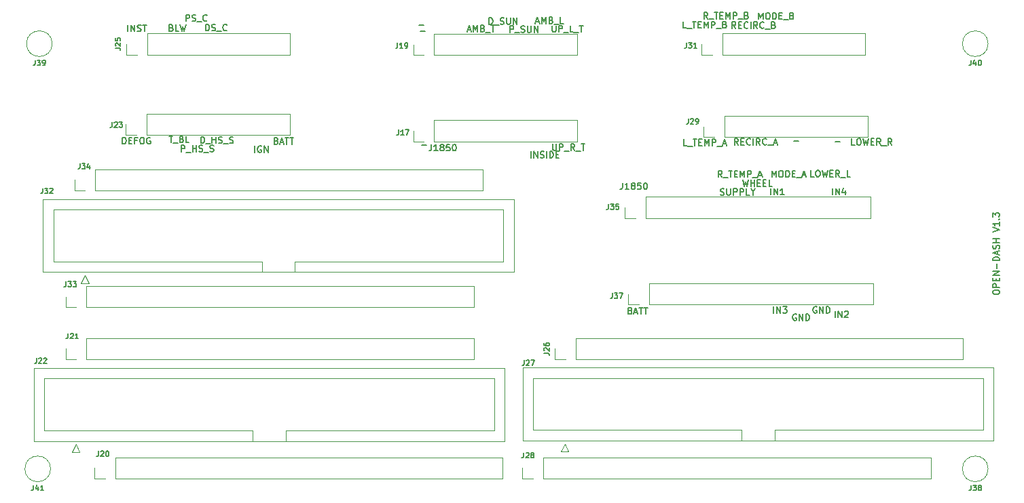
<source format=gbr>
G04 #@! TF.GenerationSoftware,KiCad,Pcbnew,5.1.7-a382d34a88~90~ubuntu20.04.1*
G04 #@! TF.CreationDate,2022-01-05T08:02:03-06:00*
G04 #@! TF.ProjectId,open-dash-daughterboard,6f70656e-2d64-4617-9368-2d6461756768,rev?*
G04 #@! TF.SameCoordinates,Original*
G04 #@! TF.FileFunction,Legend,Top*
G04 #@! TF.FilePolarity,Positive*
%FSLAX46Y46*%
G04 Gerber Fmt 4.6, Leading zero omitted, Abs format (unit mm)*
G04 Created by KiCad (PCBNEW 5.1.7-a382d34a88~90~ubuntu20.04.1) date 2022-01-05 08:02:03*
%MOMM*%
%LPD*%
G01*
G04 APERTURE LIST*
%ADD10C,0.150000*%
%ADD11C,0.120000*%
G04 APERTURE END LIST*
D10*
X211361904Y-180920238D02*
X211361904Y-180767857D01*
X211400000Y-180691666D01*
X211476190Y-180615476D01*
X211628571Y-180577380D01*
X211895238Y-180577380D01*
X212047619Y-180615476D01*
X212123809Y-180691666D01*
X212161904Y-180767857D01*
X212161904Y-180920238D01*
X212123809Y-180996428D01*
X212047619Y-181072619D01*
X211895238Y-181110714D01*
X211628571Y-181110714D01*
X211476190Y-181072619D01*
X211400000Y-180996428D01*
X211361904Y-180920238D01*
X212161904Y-180234523D02*
X211361904Y-180234523D01*
X211361904Y-179929761D01*
X211400000Y-179853571D01*
X211438095Y-179815476D01*
X211514285Y-179777380D01*
X211628571Y-179777380D01*
X211704761Y-179815476D01*
X211742857Y-179853571D01*
X211780952Y-179929761D01*
X211780952Y-180234523D01*
X211742857Y-179434523D02*
X211742857Y-179167857D01*
X212161904Y-179053571D02*
X212161904Y-179434523D01*
X211361904Y-179434523D01*
X211361904Y-179053571D01*
X212161904Y-178710714D02*
X211361904Y-178710714D01*
X212161904Y-178253571D01*
X211361904Y-178253571D01*
X211857142Y-177872619D02*
X211857142Y-177263095D01*
X212161904Y-176882142D02*
X211361904Y-176882142D01*
X211361904Y-176691666D01*
X211400000Y-176577380D01*
X211476190Y-176501190D01*
X211552380Y-176463095D01*
X211704761Y-176425000D01*
X211819047Y-176425000D01*
X211971428Y-176463095D01*
X212047619Y-176501190D01*
X212123809Y-176577380D01*
X212161904Y-176691666D01*
X212161904Y-176882142D01*
X211933333Y-176120238D02*
X211933333Y-175739285D01*
X212161904Y-176196428D02*
X211361904Y-175929761D01*
X212161904Y-175663095D01*
X212123809Y-175434523D02*
X212161904Y-175320238D01*
X212161904Y-175129761D01*
X212123809Y-175053571D01*
X212085714Y-175015476D01*
X212009523Y-174977380D01*
X211933333Y-174977380D01*
X211857142Y-175015476D01*
X211819047Y-175053571D01*
X211780952Y-175129761D01*
X211742857Y-175282142D01*
X211704761Y-175358333D01*
X211666666Y-175396428D01*
X211590476Y-175434523D01*
X211514285Y-175434523D01*
X211438095Y-175396428D01*
X211400000Y-175358333D01*
X211361904Y-175282142D01*
X211361904Y-175091666D01*
X211400000Y-174977380D01*
X212161904Y-174634523D02*
X211361904Y-174634523D01*
X211742857Y-174634523D02*
X211742857Y-174177380D01*
X212161904Y-174177380D02*
X211361904Y-174177380D01*
X211361904Y-173301190D02*
X212161904Y-173034523D01*
X211361904Y-172767857D01*
X212161904Y-172082142D02*
X212161904Y-172539285D01*
X212161904Y-172310714D02*
X211361904Y-172310714D01*
X211476190Y-172386904D01*
X211552380Y-172463095D01*
X211590476Y-172539285D01*
X212085714Y-171739285D02*
X212123809Y-171701190D01*
X212161904Y-171739285D01*
X212123809Y-171777380D01*
X212085714Y-171739285D01*
X212161904Y-171739285D01*
X211361904Y-171434523D02*
X211361904Y-170939285D01*
X211666666Y-171205952D01*
X211666666Y-171091666D01*
X211704761Y-171015476D01*
X211742857Y-170977380D01*
X211819047Y-170939285D01*
X212009523Y-170939285D01*
X212085714Y-170977380D01*
X212123809Y-171015476D01*
X212161904Y-171091666D01*
X212161904Y-171320238D01*
X212123809Y-171396428D01*
X212085714Y-171434523D01*
X182147619Y-146766904D02*
X182147619Y-145966904D01*
X182414285Y-146538333D01*
X182680952Y-145966904D01*
X182680952Y-146766904D01*
X183214285Y-145966904D02*
X183366666Y-145966904D01*
X183442857Y-146005000D01*
X183519047Y-146081190D01*
X183557142Y-146233571D01*
X183557142Y-146500238D01*
X183519047Y-146652619D01*
X183442857Y-146728809D01*
X183366666Y-146766904D01*
X183214285Y-146766904D01*
X183138095Y-146728809D01*
X183061904Y-146652619D01*
X183023809Y-146500238D01*
X183023809Y-146233571D01*
X183061904Y-146081190D01*
X183138095Y-146005000D01*
X183214285Y-145966904D01*
X183900000Y-146766904D02*
X183900000Y-145966904D01*
X184090476Y-145966904D01*
X184204761Y-146005000D01*
X184280952Y-146081190D01*
X184319047Y-146157380D01*
X184357142Y-146309761D01*
X184357142Y-146424047D01*
X184319047Y-146576428D01*
X184280952Y-146652619D01*
X184204761Y-146728809D01*
X184090476Y-146766904D01*
X183900000Y-146766904D01*
X184700000Y-146347857D02*
X184966666Y-146347857D01*
X185080952Y-146766904D02*
X184700000Y-146766904D01*
X184700000Y-145966904D01*
X185080952Y-145966904D01*
X185233333Y-146843095D02*
X185842857Y-146843095D01*
X186300000Y-146347857D02*
X186414285Y-146385952D01*
X186452380Y-146424047D01*
X186490476Y-146500238D01*
X186490476Y-146614523D01*
X186452380Y-146690714D01*
X186414285Y-146728809D01*
X186338095Y-146766904D01*
X186033333Y-146766904D01*
X186033333Y-145966904D01*
X186300000Y-145966904D01*
X186376190Y-146005000D01*
X186414285Y-146043095D01*
X186452380Y-146119285D01*
X186452380Y-146195476D01*
X186414285Y-146271666D01*
X186376190Y-146309761D01*
X186300000Y-146347857D01*
X186033333Y-146347857D01*
X179290476Y-147906904D02*
X179023809Y-147525952D01*
X178833333Y-147906904D02*
X178833333Y-147106904D01*
X179138095Y-147106904D01*
X179214285Y-147145000D01*
X179252380Y-147183095D01*
X179290476Y-147259285D01*
X179290476Y-147373571D01*
X179252380Y-147449761D01*
X179214285Y-147487857D01*
X179138095Y-147525952D01*
X178833333Y-147525952D01*
X179633333Y-147487857D02*
X179900000Y-147487857D01*
X180014285Y-147906904D02*
X179633333Y-147906904D01*
X179633333Y-147106904D01*
X180014285Y-147106904D01*
X180814285Y-147830714D02*
X180776190Y-147868809D01*
X180661904Y-147906904D01*
X180585714Y-147906904D01*
X180471428Y-147868809D01*
X180395238Y-147792619D01*
X180357142Y-147716428D01*
X180319047Y-147564047D01*
X180319047Y-147449761D01*
X180357142Y-147297380D01*
X180395238Y-147221190D01*
X180471428Y-147145000D01*
X180585714Y-147106904D01*
X180661904Y-147106904D01*
X180776190Y-147145000D01*
X180814285Y-147183095D01*
X181157142Y-147906904D02*
X181157142Y-147106904D01*
X181995238Y-147906904D02*
X181728571Y-147525952D01*
X181538095Y-147906904D02*
X181538095Y-147106904D01*
X181842857Y-147106904D01*
X181919047Y-147145000D01*
X181957142Y-147183095D01*
X181995238Y-147259285D01*
X181995238Y-147373571D01*
X181957142Y-147449761D01*
X181919047Y-147487857D01*
X181842857Y-147525952D01*
X181538095Y-147525952D01*
X182795238Y-147830714D02*
X182757142Y-147868809D01*
X182642857Y-147906904D01*
X182566666Y-147906904D01*
X182452380Y-147868809D01*
X182376190Y-147792619D01*
X182338095Y-147716428D01*
X182300000Y-147564047D01*
X182300000Y-147449761D01*
X182338095Y-147297380D01*
X182376190Y-147221190D01*
X182452380Y-147145000D01*
X182566666Y-147106904D01*
X182642857Y-147106904D01*
X182757142Y-147145000D01*
X182795238Y-147183095D01*
X182947619Y-147983095D02*
X183557142Y-147983095D01*
X184014285Y-147487857D02*
X184128571Y-147525952D01*
X184166666Y-147564047D01*
X184204761Y-147640238D01*
X184204761Y-147754523D01*
X184166666Y-147830714D01*
X184128571Y-147868809D01*
X184052380Y-147906904D01*
X183747619Y-147906904D01*
X183747619Y-147106904D01*
X184014285Y-147106904D01*
X184090476Y-147145000D01*
X184128571Y-147183095D01*
X184166666Y-147259285D01*
X184166666Y-147335476D01*
X184128571Y-147411666D01*
X184090476Y-147449761D01*
X184014285Y-147487857D01*
X183747619Y-147487857D01*
X175784285Y-146696904D02*
X175517619Y-146315952D01*
X175327142Y-146696904D02*
X175327142Y-145896904D01*
X175631904Y-145896904D01*
X175708095Y-145935000D01*
X175746190Y-145973095D01*
X175784285Y-146049285D01*
X175784285Y-146163571D01*
X175746190Y-146239761D01*
X175708095Y-146277857D01*
X175631904Y-146315952D01*
X175327142Y-146315952D01*
X175936666Y-146773095D02*
X176546190Y-146773095D01*
X176622380Y-145896904D02*
X177079523Y-145896904D01*
X176850952Y-146696904D02*
X176850952Y-145896904D01*
X177346190Y-146277857D02*
X177612857Y-146277857D01*
X177727142Y-146696904D02*
X177346190Y-146696904D01*
X177346190Y-145896904D01*
X177727142Y-145896904D01*
X178070000Y-146696904D02*
X178070000Y-145896904D01*
X178336666Y-146468333D01*
X178603333Y-145896904D01*
X178603333Y-146696904D01*
X178984285Y-146696904D02*
X178984285Y-145896904D01*
X179289047Y-145896904D01*
X179365238Y-145935000D01*
X179403333Y-145973095D01*
X179441428Y-146049285D01*
X179441428Y-146163571D01*
X179403333Y-146239761D01*
X179365238Y-146277857D01*
X179289047Y-146315952D01*
X178984285Y-146315952D01*
X179593809Y-146773095D02*
X180203333Y-146773095D01*
X180660476Y-146277857D02*
X180774761Y-146315952D01*
X180812857Y-146354047D01*
X180850952Y-146430238D01*
X180850952Y-146544523D01*
X180812857Y-146620714D01*
X180774761Y-146658809D01*
X180698571Y-146696904D01*
X180393809Y-146696904D01*
X180393809Y-145896904D01*
X180660476Y-145896904D01*
X180736666Y-145935000D01*
X180774761Y-145973095D01*
X180812857Y-146049285D01*
X180812857Y-146125476D01*
X180774761Y-146201666D01*
X180736666Y-146239761D01*
X180660476Y-146277857D01*
X180393809Y-146277857D01*
X173124285Y-147846904D02*
X172743333Y-147846904D01*
X172743333Y-147046904D01*
X173200476Y-147923095D02*
X173810000Y-147923095D01*
X173886190Y-147046904D02*
X174343333Y-147046904D01*
X174114761Y-147846904D02*
X174114761Y-147046904D01*
X174610000Y-147427857D02*
X174876666Y-147427857D01*
X174990952Y-147846904D02*
X174610000Y-147846904D01*
X174610000Y-147046904D01*
X174990952Y-147046904D01*
X175333809Y-147846904D02*
X175333809Y-147046904D01*
X175600476Y-147618333D01*
X175867142Y-147046904D01*
X175867142Y-147846904D01*
X176248095Y-147846904D02*
X176248095Y-147046904D01*
X176552857Y-147046904D01*
X176629047Y-147085000D01*
X176667142Y-147123095D01*
X176705238Y-147199285D01*
X176705238Y-147313571D01*
X176667142Y-147389761D01*
X176629047Y-147427857D01*
X176552857Y-147465952D01*
X176248095Y-147465952D01*
X176857619Y-147923095D02*
X177467142Y-147923095D01*
X177924285Y-147427857D02*
X178038571Y-147465952D01*
X178076666Y-147504047D01*
X178114761Y-147580238D01*
X178114761Y-147694523D01*
X178076666Y-147770714D01*
X178038571Y-147808809D01*
X177962380Y-147846904D01*
X177657619Y-147846904D01*
X177657619Y-147046904D01*
X177924285Y-147046904D01*
X178000476Y-147085000D01*
X178038571Y-147123095D01*
X178076666Y-147199285D01*
X178076666Y-147275476D01*
X178038571Y-147351666D01*
X178000476Y-147389761D01*
X177924285Y-147427857D01*
X177657619Y-147427857D01*
X141340476Y-162401904D02*
X141340476Y-162973333D01*
X141302380Y-163087619D01*
X141226190Y-163163809D01*
X141111904Y-163201904D01*
X141035714Y-163201904D01*
X142140476Y-163201904D02*
X141683333Y-163201904D01*
X141911904Y-163201904D02*
X141911904Y-162401904D01*
X141835714Y-162516190D01*
X141759523Y-162592380D01*
X141683333Y-162630476D01*
X142597619Y-162744761D02*
X142521428Y-162706666D01*
X142483333Y-162668571D01*
X142445238Y-162592380D01*
X142445238Y-162554285D01*
X142483333Y-162478095D01*
X142521428Y-162440000D01*
X142597619Y-162401904D01*
X142750000Y-162401904D01*
X142826190Y-162440000D01*
X142864285Y-162478095D01*
X142902380Y-162554285D01*
X142902380Y-162592380D01*
X142864285Y-162668571D01*
X142826190Y-162706666D01*
X142750000Y-162744761D01*
X142597619Y-162744761D01*
X142521428Y-162782857D01*
X142483333Y-162820952D01*
X142445238Y-162897142D01*
X142445238Y-163049523D01*
X142483333Y-163125714D01*
X142521428Y-163163809D01*
X142597619Y-163201904D01*
X142750000Y-163201904D01*
X142826190Y-163163809D01*
X142864285Y-163125714D01*
X142902380Y-163049523D01*
X142902380Y-162897142D01*
X142864285Y-162820952D01*
X142826190Y-162782857D01*
X142750000Y-162744761D01*
X143626190Y-162401904D02*
X143245238Y-162401904D01*
X143207142Y-162782857D01*
X143245238Y-162744761D01*
X143321428Y-162706666D01*
X143511904Y-162706666D01*
X143588095Y-162744761D01*
X143626190Y-162782857D01*
X143664285Y-162859047D01*
X143664285Y-163049523D01*
X143626190Y-163125714D01*
X143588095Y-163163809D01*
X143511904Y-163201904D01*
X143321428Y-163201904D01*
X143245238Y-163163809D01*
X143207142Y-163125714D01*
X144159523Y-162401904D02*
X144235714Y-162401904D01*
X144311904Y-162440000D01*
X144350000Y-162478095D01*
X144388095Y-162554285D01*
X144426190Y-162706666D01*
X144426190Y-162897142D01*
X144388095Y-163049523D01*
X144350000Y-163125714D01*
X144311904Y-163163809D01*
X144235714Y-163201904D01*
X144159523Y-163201904D01*
X144083333Y-163163809D01*
X144045238Y-163125714D01*
X144007142Y-163049523D01*
X143969047Y-162897142D01*
X143969047Y-162706666D01*
X144007142Y-162554285D01*
X144045238Y-162478095D01*
X144083333Y-162440000D01*
X144159523Y-162401904D01*
X153737619Y-164071904D02*
X153737619Y-163271904D01*
X154118571Y-164071904D02*
X154118571Y-163271904D01*
X154575714Y-164071904D01*
X154575714Y-163271904D01*
X154918571Y-164033809D02*
X155032857Y-164071904D01*
X155223333Y-164071904D01*
X155299523Y-164033809D01*
X155337619Y-163995714D01*
X155375714Y-163919523D01*
X155375714Y-163843333D01*
X155337619Y-163767142D01*
X155299523Y-163729047D01*
X155223333Y-163690952D01*
X155070952Y-163652857D01*
X154994761Y-163614761D01*
X154956666Y-163576666D01*
X154918571Y-163500476D01*
X154918571Y-163424285D01*
X154956666Y-163348095D01*
X154994761Y-163310000D01*
X155070952Y-163271904D01*
X155261428Y-163271904D01*
X155375714Y-163310000D01*
X155718571Y-164071904D02*
X155718571Y-163271904D01*
X156099523Y-164071904D02*
X156099523Y-163271904D01*
X156290000Y-163271904D01*
X156404285Y-163310000D01*
X156480476Y-163386190D01*
X156518571Y-163462380D01*
X156556666Y-163614761D01*
X156556666Y-163729047D01*
X156518571Y-163881428D01*
X156480476Y-163957619D01*
X156404285Y-164033809D01*
X156290000Y-164071904D01*
X156099523Y-164071904D01*
X156899523Y-163652857D02*
X157166190Y-163652857D01*
X157280476Y-164071904D02*
X156899523Y-164071904D01*
X156899523Y-163271904D01*
X157280476Y-163271904D01*
X156477142Y-162341904D02*
X156477142Y-162989523D01*
X156515238Y-163065714D01*
X156553333Y-163103809D01*
X156629523Y-163141904D01*
X156781904Y-163141904D01*
X156858095Y-163103809D01*
X156896190Y-163065714D01*
X156934285Y-162989523D01*
X156934285Y-162341904D01*
X157315238Y-163141904D02*
X157315238Y-162341904D01*
X157620000Y-162341904D01*
X157696190Y-162380000D01*
X157734285Y-162418095D01*
X157772380Y-162494285D01*
X157772380Y-162608571D01*
X157734285Y-162684761D01*
X157696190Y-162722857D01*
X157620000Y-162760952D01*
X157315238Y-162760952D01*
X157924761Y-163218095D02*
X158534285Y-163218095D01*
X159181904Y-163141904D02*
X158915238Y-162760952D01*
X158724761Y-163141904D02*
X158724761Y-162341904D01*
X159029523Y-162341904D01*
X159105714Y-162380000D01*
X159143809Y-162418095D01*
X159181904Y-162494285D01*
X159181904Y-162608571D01*
X159143809Y-162684761D01*
X159105714Y-162722857D01*
X159029523Y-162760952D01*
X158724761Y-162760952D01*
X159334285Y-163218095D02*
X159943809Y-163218095D01*
X160020000Y-162341904D02*
X160477142Y-162341904D01*
X160248571Y-163141904D02*
X160248571Y-162341904D01*
X156403333Y-147541904D02*
X156403333Y-148189523D01*
X156441428Y-148265714D01*
X156479523Y-148303809D01*
X156555714Y-148341904D01*
X156708095Y-148341904D01*
X156784285Y-148303809D01*
X156822380Y-148265714D01*
X156860476Y-148189523D01*
X156860476Y-147541904D01*
X157241428Y-148341904D02*
X157241428Y-147541904D01*
X157546190Y-147541904D01*
X157622380Y-147580000D01*
X157660476Y-147618095D01*
X157698571Y-147694285D01*
X157698571Y-147808571D01*
X157660476Y-147884761D01*
X157622380Y-147922857D01*
X157546190Y-147960952D01*
X157241428Y-147960952D01*
X157850952Y-148418095D02*
X158460476Y-148418095D01*
X159031904Y-148341904D02*
X158650952Y-148341904D01*
X158650952Y-147541904D01*
X159108095Y-148418095D02*
X159717619Y-148418095D01*
X159793809Y-147541904D02*
X160250952Y-147541904D01*
X160022380Y-148341904D02*
X160022380Y-147541904D01*
X154373809Y-147093333D02*
X154754761Y-147093333D01*
X154297619Y-147321904D02*
X154564285Y-146521904D01*
X154830952Y-147321904D01*
X155097619Y-147321904D02*
X155097619Y-146521904D01*
X155364285Y-147093333D01*
X155630952Y-146521904D01*
X155630952Y-147321904D01*
X156278571Y-146902857D02*
X156392857Y-146940952D01*
X156430952Y-146979047D01*
X156469047Y-147055238D01*
X156469047Y-147169523D01*
X156430952Y-147245714D01*
X156392857Y-147283809D01*
X156316666Y-147321904D01*
X156011904Y-147321904D01*
X156011904Y-146521904D01*
X156278571Y-146521904D01*
X156354761Y-146560000D01*
X156392857Y-146598095D01*
X156430952Y-146674285D01*
X156430952Y-146750476D01*
X156392857Y-146826666D01*
X156354761Y-146864761D01*
X156278571Y-146902857D01*
X156011904Y-146902857D01*
X156621428Y-147398095D02*
X157230952Y-147398095D01*
X157802380Y-147321904D02*
X157421428Y-147321904D01*
X157421428Y-146521904D01*
X151146666Y-148391904D02*
X151146666Y-147591904D01*
X151451428Y-147591904D01*
X151527619Y-147630000D01*
X151565714Y-147668095D01*
X151603809Y-147744285D01*
X151603809Y-147858571D01*
X151565714Y-147934761D01*
X151527619Y-147972857D01*
X151451428Y-148010952D01*
X151146666Y-148010952D01*
X151756190Y-148468095D02*
X152365714Y-148468095D01*
X152518095Y-148353809D02*
X152632380Y-148391904D01*
X152822857Y-148391904D01*
X152899047Y-148353809D01*
X152937142Y-148315714D01*
X152975238Y-148239523D01*
X152975238Y-148163333D01*
X152937142Y-148087142D01*
X152899047Y-148049047D01*
X152822857Y-148010952D01*
X152670476Y-147972857D01*
X152594285Y-147934761D01*
X152556190Y-147896666D01*
X152518095Y-147820476D01*
X152518095Y-147744285D01*
X152556190Y-147668095D01*
X152594285Y-147630000D01*
X152670476Y-147591904D01*
X152860952Y-147591904D01*
X152975238Y-147630000D01*
X153318095Y-147591904D02*
X153318095Y-148239523D01*
X153356190Y-148315714D01*
X153394285Y-148353809D01*
X153470476Y-148391904D01*
X153622857Y-148391904D01*
X153699047Y-148353809D01*
X153737142Y-148315714D01*
X153775238Y-148239523D01*
X153775238Y-147591904D01*
X154156190Y-148391904D02*
X154156190Y-147591904D01*
X154613333Y-148391904D01*
X154613333Y-147591904D01*
X148556666Y-147391904D02*
X148556666Y-146591904D01*
X148747142Y-146591904D01*
X148861428Y-146630000D01*
X148937619Y-146706190D01*
X148975714Y-146782380D01*
X149013809Y-146934761D01*
X149013809Y-147049047D01*
X148975714Y-147201428D01*
X148937619Y-147277619D01*
X148861428Y-147353809D01*
X148747142Y-147391904D01*
X148556666Y-147391904D01*
X149166190Y-147468095D02*
X149775714Y-147468095D01*
X149928095Y-147353809D02*
X150042380Y-147391904D01*
X150232857Y-147391904D01*
X150309047Y-147353809D01*
X150347142Y-147315714D01*
X150385238Y-147239523D01*
X150385238Y-147163333D01*
X150347142Y-147087142D01*
X150309047Y-147049047D01*
X150232857Y-147010952D01*
X150080476Y-146972857D01*
X150004285Y-146934761D01*
X149966190Y-146896666D01*
X149928095Y-146820476D01*
X149928095Y-146744285D01*
X149966190Y-146668095D01*
X150004285Y-146630000D01*
X150080476Y-146591904D01*
X150270952Y-146591904D01*
X150385238Y-146630000D01*
X150728095Y-146591904D02*
X150728095Y-147239523D01*
X150766190Y-147315714D01*
X150804285Y-147353809D01*
X150880476Y-147391904D01*
X151032857Y-147391904D01*
X151109047Y-147353809D01*
X151147142Y-147315714D01*
X151185238Y-147239523D01*
X151185238Y-146591904D01*
X151566190Y-147391904D02*
X151566190Y-146591904D01*
X152023333Y-147391904D01*
X152023333Y-146591904D01*
X145852857Y-148103333D02*
X146233809Y-148103333D01*
X145776666Y-148331904D02*
X146043333Y-147531904D01*
X146310000Y-148331904D01*
X146576666Y-148331904D02*
X146576666Y-147531904D01*
X146843333Y-148103333D01*
X147110000Y-147531904D01*
X147110000Y-148331904D01*
X147757619Y-147912857D02*
X147871904Y-147950952D01*
X147910000Y-147989047D01*
X147948095Y-148065238D01*
X147948095Y-148179523D01*
X147910000Y-148255714D01*
X147871904Y-148293809D01*
X147795714Y-148331904D01*
X147490952Y-148331904D01*
X147490952Y-147531904D01*
X147757619Y-147531904D01*
X147833809Y-147570000D01*
X147871904Y-147608095D01*
X147910000Y-147684285D01*
X147910000Y-147760476D01*
X147871904Y-147836666D01*
X147833809Y-147874761D01*
X147757619Y-147912857D01*
X147490952Y-147912857D01*
X148100476Y-148408095D02*
X148710000Y-148408095D01*
X148786190Y-147531904D02*
X149243333Y-147531904D01*
X149014761Y-148331904D02*
X149014761Y-147531904D01*
X139775238Y-147517142D02*
X140384761Y-147517142D01*
X113204761Y-148211904D02*
X113204761Y-147411904D01*
X113395238Y-147411904D01*
X113509523Y-147450000D01*
X113585714Y-147526190D01*
X113623809Y-147602380D01*
X113661904Y-147754761D01*
X113661904Y-147869047D01*
X113623809Y-148021428D01*
X113585714Y-148097619D01*
X113509523Y-148173809D01*
X113395238Y-148211904D01*
X113204761Y-148211904D01*
X113966666Y-148173809D02*
X114080952Y-148211904D01*
X114271428Y-148211904D01*
X114347619Y-148173809D01*
X114385714Y-148135714D01*
X114423809Y-148059523D01*
X114423809Y-147983333D01*
X114385714Y-147907142D01*
X114347619Y-147869047D01*
X114271428Y-147830952D01*
X114119047Y-147792857D01*
X114042857Y-147754761D01*
X114004761Y-147716666D01*
X113966666Y-147640476D01*
X113966666Y-147564285D01*
X114004761Y-147488095D01*
X114042857Y-147450000D01*
X114119047Y-147411904D01*
X114309523Y-147411904D01*
X114423809Y-147450000D01*
X114576190Y-148288095D02*
X115185714Y-148288095D01*
X115833333Y-148135714D02*
X115795238Y-148173809D01*
X115680952Y-148211904D01*
X115604761Y-148211904D01*
X115490476Y-148173809D01*
X115414285Y-148097619D01*
X115376190Y-148021428D01*
X115338095Y-147869047D01*
X115338095Y-147754761D01*
X115376190Y-147602380D01*
X115414285Y-147526190D01*
X115490476Y-147450000D01*
X115604761Y-147411904D01*
X115680952Y-147411904D01*
X115795238Y-147450000D01*
X115833333Y-147488095D01*
X110724761Y-147011904D02*
X110724761Y-146211904D01*
X111029523Y-146211904D01*
X111105714Y-146250000D01*
X111143809Y-146288095D01*
X111181904Y-146364285D01*
X111181904Y-146478571D01*
X111143809Y-146554761D01*
X111105714Y-146592857D01*
X111029523Y-146630952D01*
X110724761Y-146630952D01*
X111486666Y-146973809D02*
X111600952Y-147011904D01*
X111791428Y-147011904D01*
X111867619Y-146973809D01*
X111905714Y-146935714D01*
X111943809Y-146859523D01*
X111943809Y-146783333D01*
X111905714Y-146707142D01*
X111867619Y-146669047D01*
X111791428Y-146630952D01*
X111639047Y-146592857D01*
X111562857Y-146554761D01*
X111524761Y-146516666D01*
X111486666Y-146440476D01*
X111486666Y-146364285D01*
X111524761Y-146288095D01*
X111562857Y-146250000D01*
X111639047Y-146211904D01*
X111829523Y-146211904D01*
X111943809Y-146250000D01*
X112096190Y-147088095D02*
X112705714Y-147088095D01*
X113353333Y-146935714D02*
X113315238Y-146973809D01*
X113200952Y-147011904D01*
X113124761Y-147011904D01*
X113010476Y-146973809D01*
X112934285Y-146897619D01*
X112896190Y-146821428D01*
X112858095Y-146669047D01*
X112858095Y-146554761D01*
X112896190Y-146402380D01*
X112934285Y-146326190D01*
X113010476Y-146250000D01*
X113124761Y-146211904D01*
X113200952Y-146211904D01*
X113315238Y-146250000D01*
X113353333Y-146288095D01*
X108926190Y-147832857D02*
X109040476Y-147870952D01*
X109078571Y-147909047D01*
X109116666Y-147985238D01*
X109116666Y-148099523D01*
X109078571Y-148175714D01*
X109040476Y-148213809D01*
X108964285Y-148251904D01*
X108659523Y-148251904D01*
X108659523Y-147451904D01*
X108926190Y-147451904D01*
X109002380Y-147490000D01*
X109040476Y-147528095D01*
X109078571Y-147604285D01*
X109078571Y-147680476D01*
X109040476Y-147756666D01*
X109002380Y-147794761D01*
X108926190Y-147832857D01*
X108659523Y-147832857D01*
X109840476Y-148251904D02*
X109459523Y-148251904D01*
X109459523Y-147451904D01*
X110030952Y-147451904D02*
X110221428Y-148251904D01*
X110373809Y-147680476D01*
X110526190Y-148251904D01*
X110716666Y-147451904D01*
X103505238Y-148271904D02*
X103505238Y-147471904D01*
X103886190Y-148271904D02*
X103886190Y-147471904D01*
X104343333Y-148271904D01*
X104343333Y-147471904D01*
X104686190Y-148233809D02*
X104800476Y-148271904D01*
X104990952Y-148271904D01*
X105067142Y-148233809D01*
X105105238Y-148195714D01*
X105143333Y-148119523D01*
X105143333Y-148043333D01*
X105105238Y-147967142D01*
X105067142Y-147929047D01*
X104990952Y-147890952D01*
X104838571Y-147852857D01*
X104762380Y-147814761D01*
X104724285Y-147776666D01*
X104686190Y-147700476D01*
X104686190Y-147624285D01*
X104724285Y-147548095D01*
X104762380Y-147510000D01*
X104838571Y-147471904D01*
X105029047Y-147471904D01*
X105143333Y-147510000D01*
X105371904Y-147471904D02*
X105829047Y-147471904D01*
X105600476Y-148271904D02*
X105600476Y-147471904D01*
X102836666Y-162331904D02*
X102836666Y-161531904D01*
X103027142Y-161531904D01*
X103141428Y-161570000D01*
X103217619Y-161646190D01*
X103255714Y-161722380D01*
X103293809Y-161874761D01*
X103293809Y-161989047D01*
X103255714Y-162141428D01*
X103217619Y-162217619D01*
X103141428Y-162293809D01*
X103027142Y-162331904D01*
X102836666Y-162331904D01*
X103636666Y-161912857D02*
X103903333Y-161912857D01*
X104017619Y-162331904D02*
X103636666Y-162331904D01*
X103636666Y-161531904D01*
X104017619Y-161531904D01*
X104627142Y-161912857D02*
X104360476Y-161912857D01*
X104360476Y-162331904D02*
X104360476Y-161531904D01*
X104741428Y-161531904D01*
X105198571Y-161531904D02*
X105350952Y-161531904D01*
X105427142Y-161570000D01*
X105503333Y-161646190D01*
X105541428Y-161798571D01*
X105541428Y-162065238D01*
X105503333Y-162217619D01*
X105427142Y-162293809D01*
X105350952Y-162331904D01*
X105198571Y-162331904D01*
X105122380Y-162293809D01*
X105046190Y-162217619D01*
X105008095Y-162065238D01*
X105008095Y-161798571D01*
X105046190Y-161646190D01*
X105122380Y-161570000D01*
X105198571Y-161531904D01*
X106303333Y-161570000D02*
X106227142Y-161531904D01*
X106112857Y-161531904D01*
X105998571Y-161570000D01*
X105922380Y-161646190D01*
X105884285Y-161722380D01*
X105846190Y-161874761D01*
X105846190Y-161989047D01*
X105884285Y-162141428D01*
X105922380Y-162217619D01*
X105998571Y-162293809D01*
X106112857Y-162331904D01*
X106189047Y-162331904D01*
X106303333Y-162293809D01*
X106341428Y-162255714D01*
X106341428Y-161989047D01*
X106189047Y-161989047D01*
X108622857Y-161361904D02*
X109080000Y-161361904D01*
X108851428Y-162161904D02*
X108851428Y-161361904D01*
X109156190Y-162238095D02*
X109765714Y-162238095D01*
X110222857Y-161742857D02*
X110337142Y-161780952D01*
X110375238Y-161819047D01*
X110413333Y-161895238D01*
X110413333Y-162009523D01*
X110375238Y-162085714D01*
X110337142Y-162123809D01*
X110260952Y-162161904D01*
X109956190Y-162161904D01*
X109956190Y-161361904D01*
X110222857Y-161361904D01*
X110299047Y-161400000D01*
X110337142Y-161438095D01*
X110375238Y-161514285D01*
X110375238Y-161590476D01*
X110337142Y-161666666D01*
X110299047Y-161704761D01*
X110222857Y-161742857D01*
X109956190Y-161742857D01*
X111137142Y-162161904D02*
X110756190Y-162161904D01*
X110756190Y-161361904D01*
X110160000Y-163321904D02*
X110160000Y-162521904D01*
X110464761Y-162521904D01*
X110540952Y-162560000D01*
X110579047Y-162598095D01*
X110617142Y-162674285D01*
X110617142Y-162788571D01*
X110579047Y-162864761D01*
X110540952Y-162902857D01*
X110464761Y-162940952D01*
X110160000Y-162940952D01*
X110769523Y-163398095D02*
X111379047Y-163398095D01*
X111569523Y-163321904D02*
X111569523Y-162521904D01*
X111569523Y-162902857D02*
X112026666Y-162902857D01*
X112026666Y-163321904D02*
X112026666Y-162521904D01*
X112369523Y-163283809D02*
X112483809Y-163321904D01*
X112674285Y-163321904D01*
X112750476Y-163283809D01*
X112788571Y-163245714D01*
X112826666Y-163169523D01*
X112826666Y-163093333D01*
X112788571Y-163017142D01*
X112750476Y-162979047D01*
X112674285Y-162940952D01*
X112521904Y-162902857D01*
X112445714Y-162864761D01*
X112407619Y-162826666D01*
X112369523Y-162750476D01*
X112369523Y-162674285D01*
X112407619Y-162598095D01*
X112445714Y-162560000D01*
X112521904Y-162521904D01*
X112712380Y-162521904D01*
X112826666Y-162560000D01*
X112979047Y-163398095D02*
X113588571Y-163398095D01*
X113740952Y-163283809D02*
X113855238Y-163321904D01*
X114045714Y-163321904D01*
X114121904Y-163283809D01*
X114160000Y-163245714D01*
X114198095Y-163169523D01*
X114198095Y-163093333D01*
X114160000Y-163017142D01*
X114121904Y-162979047D01*
X114045714Y-162940952D01*
X113893333Y-162902857D01*
X113817142Y-162864761D01*
X113779047Y-162826666D01*
X113740952Y-162750476D01*
X113740952Y-162674285D01*
X113779047Y-162598095D01*
X113817142Y-162560000D01*
X113893333Y-162521904D01*
X114083809Y-162521904D01*
X114198095Y-162560000D01*
X112600000Y-162261904D02*
X112600000Y-161461904D01*
X112790476Y-161461904D01*
X112904761Y-161500000D01*
X112980952Y-161576190D01*
X113019047Y-161652380D01*
X113057142Y-161804761D01*
X113057142Y-161919047D01*
X113019047Y-162071428D01*
X112980952Y-162147619D01*
X112904761Y-162223809D01*
X112790476Y-162261904D01*
X112600000Y-162261904D01*
X113209523Y-162338095D02*
X113819047Y-162338095D01*
X114009523Y-162261904D02*
X114009523Y-161461904D01*
X114009523Y-161842857D02*
X114466666Y-161842857D01*
X114466666Y-162261904D02*
X114466666Y-161461904D01*
X114809523Y-162223809D02*
X114923809Y-162261904D01*
X115114285Y-162261904D01*
X115190476Y-162223809D01*
X115228571Y-162185714D01*
X115266666Y-162109523D01*
X115266666Y-162033333D01*
X115228571Y-161957142D01*
X115190476Y-161919047D01*
X115114285Y-161880952D01*
X114961904Y-161842857D01*
X114885714Y-161804761D01*
X114847619Y-161766666D01*
X114809523Y-161690476D01*
X114809523Y-161614285D01*
X114847619Y-161538095D01*
X114885714Y-161500000D01*
X114961904Y-161461904D01*
X115152380Y-161461904D01*
X115266666Y-161500000D01*
X115419047Y-162338095D02*
X116028571Y-162338095D01*
X116180952Y-162223809D02*
X116295238Y-162261904D01*
X116485714Y-162261904D01*
X116561904Y-162223809D01*
X116600000Y-162185714D01*
X116638095Y-162109523D01*
X116638095Y-162033333D01*
X116600000Y-161957142D01*
X116561904Y-161919047D01*
X116485714Y-161880952D01*
X116333333Y-161842857D01*
X116257142Y-161804761D01*
X116219047Y-161766666D01*
X116180952Y-161690476D01*
X116180952Y-161614285D01*
X116219047Y-161538095D01*
X116257142Y-161500000D01*
X116333333Y-161461904D01*
X116523809Y-161461904D01*
X116638095Y-161500000D01*
X119330952Y-163401904D02*
X119330952Y-162601904D01*
X120130952Y-162640000D02*
X120054761Y-162601904D01*
X119940476Y-162601904D01*
X119826190Y-162640000D01*
X119750000Y-162716190D01*
X119711904Y-162792380D01*
X119673809Y-162944761D01*
X119673809Y-163059047D01*
X119711904Y-163211428D01*
X119750000Y-163287619D01*
X119826190Y-163363809D01*
X119940476Y-163401904D01*
X120016666Y-163401904D01*
X120130952Y-163363809D01*
X120169047Y-163325714D01*
X120169047Y-163059047D01*
X120016666Y-163059047D01*
X120511904Y-163401904D02*
X120511904Y-162601904D01*
X120969047Y-163401904D01*
X120969047Y-162601904D01*
X121994761Y-161962857D02*
X122109047Y-162000952D01*
X122147142Y-162039047D01*
X122185238Y-162115238D01*
X122185238Y-162229523D01*
X122147142Y-162305714D01*
X122109047Y-162343809D01*
X122032857Y-162381904D01*
X121728095Y-162381904D01*
X121728095Y-161581904D01*
X121994761Y-161581904D01*
X122070952Y-161620000D01*
X122109047Y-161658095D01*
X122147142Y-161734285D01*
X122147142Y-161810476D01*
X122109047Y-161886666D01*
X122070952Y-161924761D01*
X121994761Y-161962857D01*
X121728095Y-161962857D01*
X122490000Y-162153333D02*
X122870952Y-162153333D01*
X122413809Y-162381904D02*
X122680476Y-161581904D01*
X122947142Y-162381904D01*
X123099523Y-161581904D02*
X123556666Y-161581904D01*
X123328095Y-162381904D02*
X123328095Y-161581904D01*
X123709047Y-161581904D02*
X124166190Y-161581904D01*
X123937619Y-162381904D02*
X123937619Y-161581904D01*
X140155238Y-162477142D02*
X140764761Y-162477142D01*
X139975238Y-148247142D02*
X140584761Y-148247142D01*
X194144761Y-162476904D02*
X193763809Y-162476904D01*
X193763809Y-161676904D01*
X194563809Y-161676904D02*
X194716190Y-161676904D01*
X194792380Y-161715000D01*
X194868571Y-161791190D01*
X194906666Y-161943571D01*
X194906666Y-162210238D01*
X194868571Y-162362619D01*
X194792380Y-162438809D01*
X194716190Y-162476904D01*
X194563809Y-162476904D01*
X194487619Y-162438809D01*
X194411428Y-162362619D01*
X194373333Y-162210238D01*
X194373333Y-161943571D01*
X194411428Y-161791190D01*
X194487619Y-161715000D01*
X194563809Y-161676904D01*
X195173333Y-161676904D02*
X195363809Y-162476904D01*
X195516190Y-161905476D01*
X195668571Y-162476904D01*
X195859047Y-161676904D01*
X196163809Y-162057857D02*
X196430476Y-162057857D01*
X196544761Y-162476904D02*
X196163809Y-162476904D01*
X196163809Y-161676904D01*
X196544761Y-161676904D01*
X197344761Y-162476904D02*
X197078095Y-162095952D01*
X196887619Y-162476904D02*
X196887619Y-161676904D01*
X197192380Y-161676904D01*
X197268571Y-161715000D01*
X197306666Y-161753095D01*
X197344761Y-161829285D01*
X197344761Y-161943571D01*
X197306666Y-162019761D01*
X197268571Y-162057857D01*
X197192380Y-162095952D01*
X196887619Y-162095952D01*
X197497142Y-162553095D02*
X198106666Y-162553095D01*
X198754285Y-162476904D02*
X198487619Y-162095952D01*
X198297142Y-162476904D02*
X198297142Y-161676904D01*
X198601904Y-161676904D01*
X198678095Y-161715000D01*
X198716190Y-161753095D01*
X198754285Y-161829285D01*
X198754285Y-161943571D01*
X198716190Y-162019761D01*
X198678095Y-162057857D01*
X198601904Y-162095952D01*
X198297142Y-162095952D01*
X191685238Y-162072142D02*
X192294761Y-162072142D01*
X189030952Y-166441904D02*
X188650000Y-166441904D01*
X188650000Y-165641904D01*
X189450000Y-165641904D02*
X189602380Y-165641904D01*
X189678571Y-165680000D01*
X189754761Y-165756190D01*
X189792857Y-165908571D01*
X189792857Y-166175238D01*
X189754761Y-166327619D01*
X189678571Y-166403809D01*
X189602380Y-166441904D01*
X189450000Y-166441904D01*
X189373809Y-166403809D01*
X189297619Y-166327619D01*
X189259523Y-166175238D01*
X189259523Y-165908571D01*
X189297619Y-165756190D01*
X189373809Y-165680000D01*
X189450000Y-165641904D01*
X190059523Y-165641904D02*
X190250000Y-166441904D01*
X190402380Y-165870476D01*
X190554761Y-166441904D01*
X190745238Y-165641904D01*
X191050000Y-166022857D02*
X191316666Y-166022857D01*
X191430952Y-166441904D02*
X191050000Y-166441904D01*
X191050000Y-165641904D01*
X191430952Y-165641904D01*
X192230952Y-166441904D02*
X191964285Y-166060952D01*
X191773809Y-166441904D02*
X191773809Y-165641904D01*
X192078571Y-165641904D01*
X192154761Y-165680000D01*
X192192857Y-165718095D01*
X192230952Y-165794285D01*
X192230952Y-165908571D01*
X192192857Y-165984761D01*
X192154761Y-166022857D01*
X192078571Y-166060952D01*
X191773809Y-166060952D01*
X192383333Y-166518095D02*
X192992857Y-166518095D01*
X193564285Y-166441904D02*
X193183333Y-166441904D01*
X193183333Y-165641904D01*
X186525238Y-162002142D02*
X187134761Y-162002142D01*
X183784761Y-166461904D02*
X183784761Y-165661904D01*
X184051428Y-166233333D01*
X184318095Y-165661904D01*
X184318095Y-166461904D01*
X184851428Y-165661904D02*
X185003809Y-165661904D01*
X185080000Y-165700000D01*
X185156190Y-165776190D01*
X185194285Y-165928571D01*
X185194285Y-166195238D01*
X185156190Y-166347619D01*
X185080000Y-166423809D01*
X185003809Y-166461904D01*
X184851428Y-166461904D01*
X184775238Y-166423809D01*
X184699047Y-166347619D01*
X184660952Y-166195238D01*
X184660952Y-165928571D01*
X184699047Y-165776190D01*
X184775238Y-165700000D01*
X184851428Y-165661904D01*
X185537142Y-166461904D02*
X185537142Y-165661904D01*
X185727619Y-165661904D01*
X185841904Y-165700000D01*
X185918095Y-165776190D01*
X185956190Y-165852380D01*
X185994285Y-166004761D01*
X185994285Y-166119047D01*
X185956190Y-166271428D01*
X185918095Y-166347619D01*
X185841904Y-166423809D01*
X185727619Y-166461904D01*
X185537142Y-166461904D01*
X186337142Y-166042857D02*
X186603809Y-166042857D01*
X186718095Y-166461904D02*
X186337142Y-166461904D01*
X186337142Y-165661904D01*
X186718095Y-165661904D01*
X186870476Y-166538095D02*
X187480000Y-166538095D01*
X187632380Y-166233333D02*
X188013333Y-166233333D01*
X187556190Y-166461904D02*
X187822857Y-165661904D01*
X188089523Y-166461904D01*
X179617619Y-162446904D02*
X179350952Y-162065952D01*
X179160476Y-162446904D02*
X179160476Y-161646904D01*
X179465238Y-161646904D01*
X179541428Y-161685000D01*
X179579523Y-161723095D01*
X179617619Y-161799285D01*
X179617619Y-161913571D01*
X179579523Y-161989761D01*
X179541428Y-162027857D01*
X179465238Y-162065952D01*
X179160476Y-162065952D01*
X179960476Y-162027857D02*
X180227142Y-162027857D01*
X180341428Y-162446904D02*
X179960476Y-162446904D01*
X179960476Y-161646904D01*
X180341428Y-161646904D01*
X181141428Y-162370714D02*
X181103333Y-162408809D01*
X180989047Y-162446904D01*
X180912857Y-162446904D01*
X180798571Y-162408809D01*
X180722380Y-162332619D01*
X180684285Y-162256428D01*
X180646190Y-162104047D01*
X180646190Y-161989761D01*
X180684285Y-161837380D01*
X180722380Y-161761190D01*
X180798571Y-161685000D01*
X180912857Y-161646904D01*
X180989047Y-161646904D01*
X181103333Y-161685000D01*
X181141428Y-161723095D01*
X181484285Y-162446904D02*
X181484285Y-161646904D01*
X182322380Y-162446904D02*
X182055714Y-162065952D01*
X181865238Y-162446904D02*
X181865238Y-161646904D01*
X182170000Y-161646904D01*
X182246190Y-161685000D01*
X182284285Y-161723095D01*
X182322380Y-161799285D01*
X182322380Y-161913571D01*
X182284285Y-161989761D01*
X182246190Y-162027857D01*
X182170000Y-162065952D01*
X181865238Y-162065952D01*
X183122380Y-162370714D02*
X183084285Y-162408809D01*
X182970000Y-162446904D01*
X182893809Y-162446904D01*
X182779523Y-162408809D01*
X182703333Y-162332619D01*
X182665238Y-162256428D01*
X182627142Y-162104047D01*
X182627142Y-161989761D01*
X182665238Y-161837380D01*
X182703333Y-161761190D01*
X182779523Y-161685000D01*
X182893809Y-161646904D01*
X182970000Y-161646904D01*
X183084285Y-161685000D01*
X183122380Y-161723095D01*
X183274761Y-162523095D02*
X183884285Y-162523095D01*
X184036666Y-162218333D02*
X184417619Y-162218333D01*
X183960476Y-162446904D02*
X184227142Y-161646904D01*
X184493809Y-162446904D01*
X177571428Y-166501904D02*
X177304761Y-166120952D01*
X177114285Y-166501904D02*
X177114285Y-165701904D01*
X177419047Y-165701904D01*
X177495238Y-165740000D01*
X177533333Y-165778095D01*
X177571428Y-165854285D01*
X177571428Y-165968571D01*
X177533333Y-166044761D01*
X177495238Y-166082857D01*
X177419047Y-166120952D01*
X177114285Y-166120952D01*
X177723809Y-166578095D02*
X178333333Y-166578095D01*
X178409523Y-165701904D02*
X178866666Y-165701904D01*
X178638095Y-166501904D02*
X178638095Y-165701904D01*
X179133333Y-166082857D02*
X179400000Y-166082857D01*
X179514285Y-166501904D02*
X179133333Y-166501904D01*
X179133333Y-165701904D01*
X179514285Y-165701904D01*
X179857142Y-166501904D02*
X179857142Y-165701904D01*
X180123809Y-166273333D01*
X180390476Y-165701904D01*
X180390476Y-166501904D01*
X180771428Y-166501904D02*
X180771428Y-165701904D01*
X181076190Y-165701904D01*
X181152380Y-165740000D01*
X181190476Y-165778095D01*
X181228571Y-165854285D01*
X181228571Y-165968571D01*
X181190476Y-166044761D01*
X181152380Y-166082857D01*
X181076190Y-166120952D01*
X180771428Y-166120952D01*
X181380952Y-166578095D02*
X181990476Y-166578095D01*
X182142857Y-166273333D02*
X182523809Y-166273333D01*
X182066666Y-166501904D02*
X182333333Y-165701904D01*
X182600000Y-166501904D01*
X173221428Y-162546904D02*
X172840476Y-162546904D01*
X172840476Y-161746904D01*
X173297619Y-162623095D02*
X173907142Y-162623095D01*
X173983333Y-161746904D02*
X174440476Y-161746904D01*
X174211904Y-162546904D02*
X174211904Y-161746904D01*
X174707142Y-162127857D02*
X174973809Y-162127857D01*
X175088095Y-162546904D02*
X174707142Y-162546904D01*
X174707142Y-161746904D01*
X175088095Y-161746904D01*
X175430952Y-162546904D02*
X175430952Y-161746904D01*
X175697619Y-162318333D01*
X175964285Y-161746904D01*
X175964285Y-162546904D01*
X176345238Y-162546904D02*
X176345238Y-161746904D01*
X176650000Y-161746904D01*
X176726190Y-161785000D01*
X176764285Y-161823095D01*
X176802380Y-161899285D01*
X176802380Y-162013571D01*
X176764285Y-162089761D01*
X176726190Y-162127857D01*
X176650000Y-162165952D01*
X176345238Y-162165952D01*
X176954761Y-162623095D02*
X177564285Y-162623095D01*
X177716666Y-162318333D02*
X178097619Y-162318333D01*
X177640476Y-162546904D02*
X177907142Y-161746904D01*
X178173809Y-162546904D01*
X166144761Y-183182857D02*
X166259047Y-183220952D01*
X166297142Y-183259047D01*
X166335238Y-183335238D01*
X166335238Y-183449523D01*
X166297142Y-183525714D01*
X166259047Y-183563809D01*
X166182857Y-183601904D01*
X165878095Y-183601904D01*
X165878095Y-182801904D01*
X166144761Y-182801904D01*
X166220952Y-182840000D01*
X166259047Y-182878095D01*
X166297142Y-182954285D01*
X166297142Y-183030476D01*
X166259047Y-183106666D01*
X166220952Y-183144761D01*
X166144761Y-183182857D01*
X165878095Y-183182857D01*
X166640000Y-183373333D02*
X167020952Y-183373333D01*
X166563809Y-183601904D02*
X166830476Y-182801904D01*
X167097142Y-183601904D01*
X167249523Y-182801904D02*
X167706666Y-182801904D01*
X167478095Y-183601904D02*
X167478095Y-182801904D01*
X167859047Y-182801904D02*
X168316190Y-182801904D01*
X168087619Y-183601904D02*
X168087619Y-182801904D01*
X184020000Y-183471904D02*
X184020000Y-182671904D01*
X184400952Y-183471904D02*
X184400952Y-182671904D01*
X184858095Y-183471904D01*
X184858095Y-182671904D01*
X185162857Y-182671904D02*
X185658095Y-182671904D01*
X185391428Y-182976666D01*
X185505714Y-182976666D01*
X185581904Y-183014761D01*
X185620000Y-183052857D01*
X185658095Y-183129047D01*
X185658095Y-183319523D01*
X185620000Y-183395714D01*
X185581904Y-183433809D01*
X185505714Y-183471904D01*
X185277142Y-183471904D01*
X185200952Y-183433809D01*
X185162857Y-183395714D01*
X186830476Y-183620000D02*
X186754285Y-183581904D01*
X186640000Y-183581904D01*
X186525714Y-183620000D01*
X186449523Y-183696190D01*
X186411428Y-183772380D01*
X186373333Y-183924761D01*
X186373333Y-184039047D01*
X186411428Y-184191428D01*
X186449523Y-184267619D01*
X186525714Y-184343809D01*
X186640000Y-184381904D01*
X186716190Y-184381904D01*
X186830476Y-184343809D01*
X186868571Y-184305714D01*
X186868571Y-184039047D01*
X186716190Y-184039047D01*
X187211428Y-184381904D02*
X187211428Y-183581904D01*
X187668571Y-184381904D01*
X187668571Y-183581904D01*
X188049523Y-184381904D02*
X188049523Y-183581904D01*
X188240000Y-183581904D01*
X188354285Y-183620000D01*
X188430476Y-183696190D01*
X188468571Y-183772380D01*
X188506666Y-183924761D01*
X188506666Y-184039047D01*
X188468571Y-184191428D01*
X188430476Y-184267619D01*
X188354285Y-184343809D01*
X188240000Y-184381904D01*
X188049523Y-184381904D01*
X189370476Y-182700000D02*
X189294285Y-182661904D01*
X189180000Y-182661904D01*
X189065714Y-182700000D01*
X188989523Y-182776190D01*
X188951428Y-182852380D01*
X188913333Y-183004761D01*
X188913333Y-183119047D01*
X188951428Y-183271428D01*
X188989523Y-183347619D01*
X189065714Y-183423809D01*
X189180000Y-183461904D01*
X189256190Y-183461904D01*
X189370476Y-183423809D01*
X189408571Y-183385714D01*
X189408571Y-183119047D01*
X189256190Y-183119047D01*
X189751428Y-183461904D02*
X189751428Y-182661904D01*
X190208571Y-183461904D01*
X190208571Y-182661904D01*
X190589523Y-183461904D02*
X190589523Y-182661904D01*
X190780000Y-182661904D01*
X190894285Y-182700000D01*
X190970476Y-182776190D01*
X191008571Y-182852380D01*
X191046666Y-183004761D01*
X191046666Y-183119047D01*
X191008571Y-183271428D01*
X190970476Y-183347619D01*
X190894285Y-183423809D01*
X190780000Y-183461904D01*
X190589523Y-183461904D01*
X191670000Y-183991904D02*
X191670000Y-183191904D01*
X192050952Y-183991904D02*
X192050952Y-183191904D01*
X192508095Y-183991904D01*
X192508095Y-183191904D01*
X192850952Y-183268095D02*
X192889047Y-183230000D01*
X192965238Y-183191904D01*
X193155714Y-183191904D01*
X193231904Y-183230000D01*
X193270000Y-183268095D01*
X193308095Y-183344285D01*
X193308095Y-183420476D01*
X193270000Y-183534761D01*
X192812857Y-183991904D01*
X193308095Y-183991904D01*
X191380000Y-168671904D02*
X191380000Y-167871904D01*
X191760952Y-168671904D02*
X191760952Y-167871904D01*
X192218095Y-168671904D01*
X192218095Y-167871904D01*
X192941904Y-168138571D02*
X192941904Y-168671904D01*
X192751428Y-167833809D02*
X192560952Y-168405238D01*
X193056190Y-168405238D01*
X183680000Y-168691904D02*
X183680000Y-167891904D01*
X184060952Y-168691904D02*
X184060952Y-167891904D01*
X184518095Y-168691904D01*
X184518095Y-167891904D01*
X185318095Y-168691904D02*
X184860952Y-168691904D01*
X185089523Y-168691904D02*
X185089523Y-167891904D01*
X185013333Y-168006190D01*
X184937142Y-168082380D01*
X184860952Y-168120476D01*
X180170476Y-166841904D02*
X180360952Y-167641904D01*
X180513333Y-167070476D01*
X180665714Y-167641904D01*
X180856190Y-166841904D01*
X181160952Y-167641904D02*
X181160952Y-166841904D01*
X181160952Y-167222857D02*
X181618095Y-167222857D01*
X181618095Y-167641904D02*
X181618095Y-166841904D01*
X181999047Y-167222857D02*
X182265714Y-167222857D01*
X182380000Y-167641904D02*
X181999047Y-167641904D01*
X181999047Y-166841904D01*
X182380000Y-166841904D01*
X182722857Y-167222857D02*
X182989523Y-167222857D01*
X183103809Y-167641904D02*
X182722857Y-167641904D01*
X182722857Y-166841904D01*
X183103809Y-166841904D01*
X183827619Y-167641904D02*
X183446666Y-167641904D01*
X183446666Y-166841904D01*
X177385714Y-168673809D02*
X177500000Y-168711904D01*
X177690476Y-168711904D01*
X177766666Y-168673809D01*
X177804761Y-168635714D01*
X177842857Y-168559523D01*
X177842857Y-168483333D01*
X177804761Y-168407142D01*
X177766666Y-168369047D01*
X177690476Y-168330952D01*
X177538095Y-168292857D01*
X177461904Y-168254761D01*
X177423809Y-168216666D01*
X177385714Y-168140476D01*
X177385714Y-168064285D01*
X177423809Y-167988095D01*
X177461904Y-167950000D01*
X177538095Y-167911904D01*
X177728571Y-167911904D01*
X177842857Y-167950000D01*
X178185714Y-167911904D02*
X178185714Y-168559523D01*
X178223809Y-168635714D01*
X178261904Y-168673809D01*
X178338095Y-168711904D01*
X178490476Y-168711904D01*
X178566666Y-168673809D01*
X178604761Y-168635714D01*
X178642857Y-168559523D01*
X178642857Y-167911904D01*
X179023809Y-168711904D02*
X179023809Y-167911904D01*
X179328571Y-167911904D01*
X179404761Y-167950000D01*
X179442857Y-167988095D01*
X179480952Y-168064285D01*
X179480952Y-168178571D01*
X179442857Y-168254761D01*
X179404761Y-168292857D01*
X179328571Y-168330952D01*
X179023809Y-168330952D01*
X179823809Y-168711904D02*
X179823809Y-167911904D01*
X180128571Y-167911904D01*
X180204761Y-167950000D01*
X180242857Y-167988095D01*
X180280952Y-168064285D01*
X180280952Y-168178571D01*
X180242857Y-168254761D01*
X180204761Y-168292857D01*
X180128571Y-168330952D01*
X179823809Y-168330952D01*
X181004761Y-168711904D02*
X180623809Y-168711904D01*
X180623809Y-167911904D01*
X181423809Y-168330952D02*
X181423809Y-168711904D01*
X181157142Y-167911904D02*
X181423809Y-168330952D01*
X181690476Y-167911904D01*
X165170476Y-167201904D02*
X165170476Y-167773333D01*
X165132380Y-167887619D01*
X165056190Y-167963809D01*
X164941904Y-168001904D01*
X164865714Y-168001904D01*
X165970476Y-168001904D02*
X165513333Y-168001904D01*
X165741904Y-168001904D02*
X165741904Y-167201904D01*
X165665714Y-167316190D01*
X165589523Y-167392380D01*
X165513333Y-167430476D01*
X166427619Y-167544761D02*
X166351428Y-167506666D01*
X166313333Y-167468571D01*
X166275238Y-167392380D01*
X166275238Y-167354285D01*
X166313333Y-167278095D01*
X166351428Y-167240000D01*
X166427619Y-167201904D01*
X166580000Y-167201904D01*
X166656190Y-167240000D01*
X166694285Y-167278095D01*
X166732380Y-167354285D01*
X166732380Y-167392380D01*
X166694285Y-167468571D01*
X166656190Y-167506666D01*
X166580000Y-167544761D01*
X166427619Y-167544761D01*
X166351428Y-167582857D01*
X166313333Y-167620952D01*
X166275238Y-167697142D01*
X166275238Y-167849523D01*
X166313333Y-167925714D01*
X166351428Y-167963809D01*
X166427619Y-168001904D01*
X166580000Y-168001904D01*
X166656190Y-167963809D01*
X166694285Y-167925714D01*
X166732380Y-167849523D01*
X166732380Y-167697142D01*
X166694285Y-167620952D01*
X166656190Y-167582857D01*
X166580000Y-167544761D01*
X167456190Y-167201904D02*
X167075238Y-167201904D01*
X167037142Y-167582857D01*
X167075238Y-167544761D01*
X167151428Y-167506666D01*
X167341904Y-167506666D01*
X167418095Y-167544761D01*
X167456190Y-167582857D01*
X167494285Y-167659047D01*
X167494285Y-167849523D01*
X167456190Y-167925714D01*
X167418095Y-167963809D01*
X167341904Y-168001904D01*
X167151428Y-168001904D01*
X167075238Y-167963809D01*
X167037142Y-167925714D01*
X167989523Y-167201904D02*
X168065714Y-167201904D01*
X168141904Y-167240000D01*
X168180000Y-167278095D01*
X168218095Y-167354285D01*
X168256190Y-167506666D01*
X168256190Y-167697142D01*
X168218095Y-167849523D01*
X168180000Y-167925714D01*
X168141904Y-167963809D01*
X168065714Y-168001904D01*
X167989523Y-168001904D01*
X167913333Y-167963809D01*
X167875238Y-167925714D01*
X167837142Y-167849523D01*
X167799047Y-167697142D01*
X167799047Y-167506666D01*
X167837142Y-167354285D01*
X167875238Y-167278095D01*
X167913333Y-167240000D01*
X167989523Y-167201904D01*
D11*
X92930000Y-178340000D02*
X92930000Y-169220000D01*
X92930000Y-169220000D02*
X151610000Y-169220000D01*
X151610000Y-169220000D02*
X151610000Y-178340000D01*
X151610000Y-178340000D02*
X92930000Y-178340000D01*
X120220000Y-178340000D02*
X120220000Y-177030000D01*
X120220000Y-177030000D02*
X94230000Y-177030000D01*
X94230000Y-177030000D02*
X94230000Y-170530000D01*
X94230000Y-170530000D02*
X150310000Y-170530000D01*
X150310000Y-170530000D02*
X150310000Y-177030000D01*
X150310000Y-177030000D02*
X124320000Y-177030000D01*
X124320000Y-177030000D02*
X124320000Y-177030000D01*
X124320000Y-177030000D02*
X124320000Y-178340000D01*
X98140000Y-178730000D02*
X97640000Y-179730000D01*
X97640000Y-179730000D02*
X98640000Y-179730000D01*
X98640000Y-179730000D02*
X98140000Y-178730000D01*
X152750000Y-199390000D02*
X152750000Y-190270000D01*
X152750000Y-190270000D02*
X211430000Y-190270000D01*
X211430000Y-190270000D02*
X211430000Y-199390000D01*
X211430000Y-199390000D02*
X152750000Y-199390000D01*
X180040000Y-199390000D02*
X180040000Y-198080000D01*
X180040000Y-198080000D02*
X154050000Y-198080000D01*
X154050000Y-198080000D02*
X154050000Y-191580000D01*
X154050000Y-191580000D02*
X210130000Y-191580000D01*
X210130000Y-191580000D02*
X210130000Y-198080000D01*
X210130000Y-198080000D02*
X184140000Y-198080000D01*
X184140000Y-198080000D02*
X184140000Y-198080000D01*
X184140000Y-198080000D02*
X184140000Y-199390000D01*
X157960000Y-199780000D02*
X157460000Y-200780000D01*
X157460000Y-200780000D02*
X158460000Y-200780000D01*
X158460000Y-200780000D02*
X157960000Y-199780000D01*
X91790000Y-199450000D02*
X91790000Y-190330000D01*
X91790000Y-190330000D02*
X150470000Y-190330000D01*
X150470000Y-190330000D02*
X150470000Y-199450000D01*
X150470000Y-199450000D02*
X91790000Y-199450000D01*
X119080000Y-199450000D02*
X119080000Y-198140000D01*
X119080000Y-198140000D02*
X93090000Y-198140000D01*
X93090000Y-198140000D02*
X93090000Y-191640000D01*
X93090000Y-191640000D02*
X149170000Y-191640000D01*
X149170000Y-191640000D02*
X149170000Y-198140000D01*
X149170000Y-198140000D02*
X123180000Y-198140000D01*
X123180000Y-198140000D02*
X123180000Y-198140000D01*
X123180000Y-198140000D02*
X123180000Y-199450000D01*
X97000000Y-199840000D02*
X96500000Y-200840000D01*
X96500000Y-200840000D02*
X97500000Y-200840000D01*
X97500000Y-200840000D02*
X97000000Y-199840000D01*
X93860781Y-202920000D02*
G75*
G03*
X93860781Y-202920000I-1600781J0D01*
G01*
X210760781Y-149820000D02*
G75*
G03*
X210760781Y-149820000I-1600781J0D01*
G01*
X94060781Y-149820000D02*
G75*
G03*
X94060781Y-149820000I-1600781J0D01*
G01*
X210760781Y-202920000D02*
G75*
G03*
X210760781Y-202920000I-1600781J0D01*
G01*
X196470000Y-182400000D02*
X196470000Y-179740000D01*
X168470000Y-182400000D02*
X196470000Y-182400000D01*
X168470000Y-179740000D02*
X196470000Y-179740000D01*
X168470000Y-182400000D02*
X168470000Y-179740000D01*
X167200000Y-182400000D02*
X165870000Y-182400000D01*
X165870000Y-182400000D02*
X165870000Y-181070000D01*
X196070000Y-171600000D02*
X196070000Y-168940000D01*
X168070000Y-171600000D02*
X196070000Y-171600000D01*
X168070000Y-168940000D02*
X196070000Y-168940000D01*
X168070000Y-171600000D02*
X168070000Y-168940000D01*
X166800000Y-171600000D02*
X165470000Y-171600000D01*
X165470000Y-171600000D02*
X165470000Y-170270000D01*
X147750000Y-168150000D02*
X147750000Y-165490000D01*
X99430000Y-168150000D02*
X147750000Y-168150000D01*
X99430000Y-165490000D02*
X147750000Y-165490000D01*
X99430000Y-168150000D02*
X99430000Y-165490000D01*
X98160000Y-168150000D02*
X96830000Y-168150000D01*
X96830000Y-168150000D02*
X96830000Y-166820000D01*
X146650000Y-182750000D02*
X146650000Y-180090000D01*
X98330000Y-182750000D02*
X146650000Y-182750000D01*
X98330000Y-180090000D02*
X146650000Y-180090000D01*
X98330000Y-182750000D02*
X98330000Y-180090000D01*
X97060000Y-182750000D02*
X95730000Y-182750000D01*
X95730000Y-182750000D02*
X95730000Y-181420000D01*
X195450000Y-151205000D02*
X195450000Y-148545000D01*
X177610000Y-151205000D02*
X195450000Y-151205000D01*
X177610000Y-148545000D02*
X195450000Y-148545000D01*
X177610000Y-151205000D02*
X177610000Y-148545000D01*
X176340000Y-151205000D02*
X175010000Y-151205000D01*
X175010000Y-151205000D02*
X175010000Y-149875000D01*
X195750000Y-161505000D02*
X195750000Y-158845000D01*
X177910000Y-161505000D02*
X195750000Y-161505000D01*
X177910000Y-158845000D02*
X195750000Y-158845000D01*
X177910000Y-161505000D02*
X177910000Y-158845000D01*
X176640000Y-161505000D02*
X175310000Y-161505000D01*
X175310000Y-161505000D02*
X175310000Y-160175000D01*
X203610000Y-204150000D02*
X203610000Y-201490000D01*
X155290000Y-204150000D02*
X203610000Y-204150000D01*
X155290000Y-201490000D02*
X203610000Y-201490000D01*
X155290000Y-204150000D02*
X155290000Y-201490000D01*
X154020000Y-204150000D02*
X152690000Y-204150000D01*
X152690000Y-204150000D02*
X152690000Y-202820000D01*
X207650000Y-189250000D02*
X207650000Y-186590000D01*
X159330000Y-189250000D02*
X207650000Y-189250000D01*
X159330000Y-186590000D02*
X207650000Y-186590000D01*
X159330000Y-189250000D02*
X159330000Y-186590000D01*
X158060000Y-189250000D02*
X156730000Y-189250000D01*
X156730000Y-189250000D02*
X156730000Y-187920000D01*
X123730000Y-151180000D02*
X123730000Y-148520000D01*
X105890000Y-151180000D02*
X123730000Y-151180000D01*
X105890000Y-148520000D02*
X123730000Y-148520000D01*
X105890000Y-151180000D02*
X105890000Y-148520000D01*
X104620000Y-151180000D02*
X103290000Y-151180000D01*
X103290000Y-151180000D02*
X103290000Y-149850000D01*
X123680000Y-161220000D02*
X123680000Y-158560000D01*
X105840000Y-161220000D02*
X123680000Y-161220000D01*
X105840000Y-158560000D02*
X123680000Y-158560000D01*
X105840000Y-161220000D02*
X105840000Y-158560000D01*
X104570000Y-161220000D02*
X103240000Y-161220000D01*
X103240000Y-161220000D02*
X103240000Y-159890000D01*
X146650000Y-189250000D02*
X146650000Y-186590000D01*
X98330000Y-189250000D02*
X146650000Y-189250000D01*
X98330000Y-186590000D02*
X146650000Y-186590000D01*
X98330000Y-189250000D02*
X98330000Y-186590000D01*
X97060000Y-189250000D02*
X95730000Y-189250000D01*
X95730000Y-189250000D02*
X95730000Y-187920000D01*
X150250000Y-204150000D02*
X150250000Y-201490000D01*
X101930000Y-204150000D02*
X150250000Y-204150000D01*
X101930000Y-201490000D02*
X150250000Y-201490000D01*
X101930000Y-204150000D02*
X101930000Y-201490000D01*
X100660000Y-204150000D02*
X99330000Y-204150000D01*
X99330000Y-204150000D02*
X99330000Y-202820000D01*
X159540000Y-151250000D02*
X159540000Y-148590000D01*
X141700000Y-151250000D02*
X159540000Y-151250000D01*
X141700000Y-148590000D02*
X159540000Y-148590000D01*
X141700000Y-151250000D02*
X141700000Y-148590000D01*
X140430000Y-151250000D02*
X139100000Y-151250000D01*
X139100000Y-151250000D02*
X139100000Y-149920000D01*
X159540000Y-162050000D02*
X159540000Y-159390000D01*
X141700000Y-162050000D02*
X159540000Y-162050000D01*
X141700000Y-159390000D02*
X159540000Y-159390000D01*
X141700000Y-162050000D02*
X141700000Y-159390000D01*
X140430000Y-162050000D02*
X139100000Y-162050000D01*
X139100000Y-162050000D02*
X139100000Y-160720000D01*
D10*
X92863809Y-167874047D02*
X92863809Y-168338333D01*
X92832857Y-168431190D01*
X92770952Y-168493095D01*
X92678095Y-168524047D01*
X92616190Y-168524047D01*
X93111428Y-167874047D02*
X93513809Y-167874047D01*
X93297142Y-168121666D01*
X93390000Y-168121666D01*
X93451904Y-168152619D01*
X93482857Y-168183571D01*
X93513809Y-168245476D01*
X93513809Y-168400238D01*
X93482857Y-168462142D01*
X93451904Y-168493095D01*
X93390000Y-168524047D01*
X93204285Y-168524047D01*
X93142380Y-168493095D01*
X93111428Y-168462142D01*
X93761428Y-167935952D02*
X93792380Y-167905000D01*
X93854285Y-167874047D01*
X94009047Y-167874047D01*
X94070952Y-167905000D01*
X94101904Y-167935952D01*
X94132857Y-167997857D01*
X94132857Y-168059761D01*
X94101904Y-168152619D01*
X93730476Y-168524047D01*
X94132857Y-168524047D01*
X152893809Y-189344047D02*
X152893809Y-189808333D01*
X152862857Y-189901190D01*
X152800952Y-189963095D01*
X152708095Y-189994047D01*
X152646190Y-189994047D01*
X153172380Y-189405952D02*
X153203333Y-189375000D01*
X153265238Y-189344047D01*
X153420000Y-189344047D01*
X153481904Y-189375000D01*
X153512857Y-189405952D01*
X153543809Y-189467857D01*
X153543809Y-189529761D01*
X153512857Y-189622619D01*
X153141428Y-189994047D01*
X153543809Y-189994047D01*
X153760476Y-189344047D02*
X154193809Y-189344047D01*
X153915238Y-189994047D01*
X92103809Y-189084047D02*
X92103809Y-189548333D01*
X92072857Y-189641190D01*
X92010952Y-189703095D01*
X91918095Y-189734047D01*
X91856190Y-189734047D01*
X92382380Y-189145952D02*
X92413333Y-189115000D01*
X92475238Y-189084047D01*
X92630000Y-189084047D01*
X92691904Y-189115000D01*
X92722857Y-189145952D01*
X92753809Y-189207857D01*
X92753809Y-189269761D01*
X92722857Y-189362619D01*
X92351428Y-189734047D01*
X92753809Y-189734047D01*
X93001428Y-189145952D02*
X93032380Y-189115000D01*
X93094285Y-189084047D01*
X93249047Y-189084047D01*
X93310952Y-189115000D01*
X93341904Y-189145952D01*
X93372857Y-189207857D01*
X93372857Y-189269761D01*
X93341904Y-189362619D01*
X92970476Y-189734047D01*
X93372857Y-189734047D01*
X91733809Y-204964047D02*
X91733809Y-205428333D01*
X91702857Y-205521190D01*
X91640952Y-205583095D01*
X91548095Y-205614047D01*
X91486190Y-205614047D01*
X92321904Y-205180714D02*
X92321904Y-205614047D01*
X92167142Y-204933095D02*
X92012380Y-205397380D01*
X92414761Y-205397380D01*
X93002857Y-205614047D02*
X92631428Y-205614047D01*
X92817142Y-205614047D02*
X92817142Y-204964047D01*
X92755238Y-205056904D01*
X92693333Y-205118809D01*
X92631428Y-205149761D01*
X208633809Y-151864047D02*
X208633809Y-152328333D01*
X208602857Y-152421190D01*
X208540952Y-152483095D01*
X208448095Y-152514047D01*
X208386190Y-152514047D01*
X209221904Y-152080714D02*
X209221904Y-152514047D01*
X209067142Y-151833095D02*
X208912380Y-152297380D01*
X209314761Y-152297380D01*
X209686190Y-151864047D02*
X209748095Y-151864047D01*
X209810000Y-151895000D01*
X209840952Y-151925952D01*
X209871904Y-151987857D01*
X209902857Y-152111666D01*
X209902857Y-152266428D01*
X209871904Y-152390238D01*
X209840952Y-152452142D01*
X209810000Y-152483095D01*
X209748095Y-152514047D01*
X209686190Y-152514047D01*
X209624285Y-152483095D01*
X209593333Y-152452142D01*
X209562380Y-152390238D01*
X209531428Y-152266428D01*
X209531428Y-152111666D01*
X209562380Y-151987857D01*
X209593333Y-151925952D01*
X209624285Y-151895000D01*
X209686190Y-151864047D01*
X91933809Y-151864047D02*
X91933809Y-152328333D01*
X91902857Y-152421190D01*
X91840952Y-152483095D01*
X91748095Y-152514047D01*
X91686190Y-152514047D01*
X92181428Y-151864047D02*
X92583809Y-151864047D01*
X92367142Y-152111666D01*
X92460000Y-152111666D01*
X92521904Y-152142619D01*
X92552857Y-152173571D01*
X92583809Y-152235476D01*
X92583809Y-152390238D01*
X92552857Y-152452142D01*
X92521904Y-152483095D01*
X92460000Y-152514047D01*
X92274285Y-152514047D01*
X92212380Y-152483095D01*
X92181428Y-152452142D01*
X92893333Y-152514047D02*
X93017142Y-152514047D01*
X93079047Y-152483095D01*
X93110000Y-152452142D01*
X93171904Y-152359285D01*
X93202857Y-152235476D01*
X93202857Y-151987857D01*
X93171904Y-151925952D01*
X93140952Y-151895000D01*
X93079047Y-151864047D01*
X92955238Y-151864047D01*
X92893333Y-151895000D01*
X92862380Y-151925952D01*
X92831428Y-151987857D01*
X92831428Y-152142619D01*
X92862380Y-152204523D01*
X92893333Y-152235476D01*
X92955238Y-152266428D01*
X93079047Y-152266428D01*
X93140952Y-152235476D01*
X93171904Y-152204523D01*
X93202857Y-152142619D01*
X208633809Y-204964047D02*
X208633809Y-205428333D01*
X208602857Y-205521190D01*
X208540952Y-205583095D01*
X208448095Y-205614047D01*
X208386190Y-205614047D01*
X208881428Y-204964047D02*
X209283809Y-204964047D01*
X209067142Y-205211666D01*
X209160000Y-205211666D01*
X209221904Y-205242619D01*
X209252857Y-205273571D01*
X209283809Y-205335476D01*
X209283809Y-205490238D01*
X209252857Y-205552142D01*
X209221904Y-205583095D01*
X209160000Y-205614047D01*
X208974285Y-205614047D01*
X208912380Y-205583095D01*
X208881428Y-205552142D01*
X209655238Y-205242619D02*
X209593333Y-205211666D01*
X209562380Y-205180714D01*
X209531428Y-205118809D01*
X209531428Y-205087857D01*
X209562380Y-205025952D01*
X209593333Y-204995000D01*
X209655238Y-204964047D01*
X209779047Y-204964047D01*
X209840952Y-204995000D01*
X209871904Y-205025952D01*
X209902857Y-205087857D01*
X209902857Y-205118809D01*
X209871904Y-205180714D01*
X209840952Y-205211666D01*
X209779047Y-205242619D01*
X209655238Y-205242619D01*
X209593333Y-205273571D01*
X209562380Y-205304523D01*
X209531428Y-205366428D01*
X209531428Y-205490238D01*
X209562380Y-205552142D01*
X209593333Y-205583095D01*
X209655238Y-205614047D01*
X209779047Y-205614047D01*
X209840952Y-205583095D01*
X209871904Y-205552142D01*
X209902857Y-205490238D01*
X209902857Y-205366428D01*
X209871904Y-205304523D01*
X209840952Y-205273571D01*
X209779047Y-205242619D01*
X163903809Y-180974047D02*
X163903809Y-181438333D01*
X163872857Y-181531190D01*
X163810952Y-181593095D01*
X163718095Y-181624047D01*
X163656190Y-181624047D01*
X164151428Y-180974047D02*
X164553809Y-180974047D01*
X164337142Y-181221666D01*
X164430000Y-181221666D01*
X164491904Y-181252619D01*
X164522857Y-181283571D01*
X164553809Y-181345476D01*
X164553809Y-181500238D01*
X164522857Y-181562142D01*
X164491904Y-181593095D01*
X164430000Y-181624047D01*
X164244285Y-181624047D01*
X164182380Y-181593095D01*
X164151428Y-181562142D01*
X164770476Y-180974047D02*
X165203809Y-180974047D01*
X164925238Y-181624047D01*
X163443809Y-169864047D02*
X163443809Y-170328333D01*
X163412857Y-170421190D01*
X163350952Y-170483095D01*
X163258095Y-170514047D01*
X163196190Y-170514047D01*
X163691428Y-169864047D02*
X164093809Y-169864047D01*
X163877142Y-170111666D01*
X163970000Y-170111666D01*
X164031904Y-170142619D01*
X164062857Y-170173571D01*
X164093809Y-170235476D01*
X164093809Y-170390238D01*
X164062857Y-170452142D01*
X164031904Y-170483095D01*
X163970000Y-170514047D01*
X163784285Y-170514047D01*
X163722380Y-170483095D01*
X163691428Y-170452142D01*
X164681904Y-169864047D02*
X164372380Y-169864047D01*
X164341428Y-170173571D01*
X164372380Y-170142619D01*
X164434285Y-170111666D01*
X164589047Y-170111666D01*
X164650952Y-170142619D01*
X164681904Y-170173571D01*
X164712857Y-170235476D01*
X164712857Y-170390238D01*
X164681904Y-170452142D01*
X164650952Y-170483095D01*
X164589047Y-170514047D01*
X164434285Y-170514047D01*
X164372380Y-170483095D01*
X164341428Y-170452142D01*
X97513809Y-164804047D02*
X97513809Y-165268333D01*
X97482857Y-165361190D01*
X97420952Y-165423095D01*
X97328095Y-165454047D01*
X97266190Y-165454047D01*
X97761428Y-164804047D02*
X98163809Y-164804047D01*
X97947142Y-165051666D01*
X98040000Y-165051666D01*
X98101904Y-165082619D01*
X98132857Y-165113571D01*
X98163809Y-165175476D01*
X98163809Y-165330238D01*
X98132857Y-165392142D01*
X98101904Y-165423095D01*
X98040000Y-165454047D01*
X97854285Y-165454047D01*
X97792380Y-165423095D01*
X97761428Y-165392142D01*
X98720952Y-165020714D02*
X98720952Y-165454047D01*
X98566190Y-164773095D02*
X98411428Y-165237380D01*
X98813809Y-165237380D01*
X95803809Y-179534047D02*
X95803809Y-179998333D01*
X95772857Y-180091190D01*
X95710952Y-180153095D01*
X95618095Y-180184047D01*
X95556190Y-180184047D01*
X96051428Y-179534047D02*
X96453809Y-179534047D01*
X96237142Y-179781666D01*
X96330000Y-179781666D01*
X96391904Y-179812619D01*
X96422857Y-179843571D01*
X96453809Y-179905476D01*
X96453809Y-180060238D01*
X96422857Y-180122142D01*
X96391904Y-180153095D01*
X96330000Y-180184047D01*
X96144285Y-180184047D01*
X96082380Y-180153095D01*
X96051428Y-180122142D01*
X96670476Y-179534047D02*
X97072857Y-179534047D01*
X96856190Y-179781666D01*
X96949047Y-179781666D01*
X97010952Y-179812619D01*
X97041904Y-179843571D01*
X97072857Y-179905476D01*
X97072857Y-180060238D01*
X97041904Y-180122142D01*
X97010952Y-180153095D01*
X96949047Y-180184047D01*
X96763333Y-180184047D01*
X96701428Y-180153095D01*
X96670476Y-180122142D01*
X173163809Y-149699047D02*
X173163809Y-150163333D01*
X173132857Y-150256190D01*
X173070952Y-150318095D01*
X172978095Y-150349047D01*
X172916190Y-150349047D01*
X173411428Y-149699047D02*
X173813809Y-149699047D01*
X173597142Y-149946666D01*
X173690000Y-149946666D01*
X173751904Y-149977619D01*
X173782857Y-150008571D01*
X173813809Y-150070476D01*
X173813809Y-150225238D01*
X173782857Y-150287142D01*
X173751904Y-150318095D01*
X173690000Y-150349047D01*
X173504285Y-150349047D01*
X173442380Y-150318095D01*
X173411428Y-150287142D01*
X174432857Y-150349047D02*
X174061428Y-150349047D01*
X174247142Y-150349047D02*
X174247142Y-149699047D01*
X174185238Y-149791904D01*
X174123333Y-149853809D01*
X174061428Y-149884761D01*
X173383809Y-159189047D02*
X173383809Y-159653333D01*
X173352857Y-159746190D01*
X173290952Y-159808095D01*
X173198095Y-159839047D01*
X173136190Y-159839047D01*
X173662380Y-159250952D02*
X173693333Y-159220000D01*
X173755238Y-159189047D01*
X173910000Y-159189047D01*
X173971904Y-159220000D01*
X174002857Y-159250952D01*
X174033809Y-159312857D01*
X174033809Y-159374761D01*
X174002857Y-159467619D01*
X173631428Y-159839047D01*
X174033809Y-159839047D01*
X174343333Y-159839047D02*
X174467142Y-159839047D01*
X174529047Y-159808095D01*
X174560000Y-159777142D01*
X174621904Y-159684285D01*
X174652857Y-159560476D01*
X174652857Y-159312857D01*
X174621904Y-159250952D01*
X174590952Y-159220000D01*
X174529047Y-159189047D01*
X174405238Y-159189047D01*
X174343333Y-159220000D01*
X174312380Y-159250952D01*
X174281428Y-159312857D01*
X174281428Y-159467619D01*
X174312380Y-159529523D01*
X174343333Y-159560476D01*
X174405238Y-159591428D01*
X174529047Y-159591428D01*
X174590952Y-159560476D01*
X174621904Y-159529523D01*
X174652857Y-159467619D01*
X152863809Y-200884047D02*
X152863809Y-201348333D01*
X152832857Y-201441190D01*
X152770952Y-201503095D01*
X152678095Y-201534047D01*
X152616190Y-201534047D01*
X153142380Y-200945952D02*
X153173333Y-200915000D01*
X153235238Y-200884047D01*
X153390000Y-200884047D01*
X153451904Y-200915000D01*
X153482857Y-200945952D01*
X153513809Y-201007857D01*
X153513809Y-201069761D01*
X153482857Y-201162619D01*
X153111428Y-201534047D01*
X153513809Y-201534047D01*
X153885238Y-201162619D02*
X153823333Y-201131666D01*
X153792380Y-201100714D01*
X153761428Y-201038809D01*
X153761428Y-201007857D01*
X153792380Y-200945952D01*
X153823333Y-200915000D01*
X153885238Y-200884047D01*
X154009047Y-200884047D01*
X154070952Y-200915000D01*
X154101904Y-200945952D01*
X154132857Y-201007857D01*
X154132857Y-201038809D01*
X154101904Y-201100714D01*
X154070952Y-201131666D01*
X154009047Y-201162619D01*
X153885238Y-201162619D01*
X153823333Y-201193571D01*
X153792380Y-201224523D01*
X153761428Y-201286428D01*
X153761428Y-201410238D01*
X153792380Y-201472142D01*
X153823333Y-201503095D01*
X153885238Y-201534047D01*
X154009047Y-201534047D01*
X154070952Y-201503095D01*
X154101904Y-201472142D01*
X154132857Y-201410238D01*
X154132857Y-201286428D01*
X154101904Y-201224523D01*
X154070952Y-201193571D01*
X154009047Y-201162619D01*
X155374047Y-188446190D02*
X155838333Y-188446190D01*
X155931190Y-188477142D01*
X155993095Y-188539047D01*
X156024047Y-188631904D01*
X156024047Y-188693809D01*
X155435952Y-188167619D02*
X155405000Y-188136666D01*
X155374047Y-188074761D01*
X155374047Y-187920000D01*
X155405000Y-187858095D01*
X155435952Y-187827142D01*
X155497857Y-187796190D01*
X155559761Y-187796190D01*
X155652619Y-187827142D01*
X156024047Y-188198571D01*
X156024047Y-187796190D01*
X155374047Y-187239047D02*
X155374047Y-187362857D01*
X155405000Y-187424761D01*
X155435952Y-187455714D01*
X155528809Y-187517619D01*
X155652619Y-187548571D01*
X155900238Y-187548571D01*
X155962142Y-187517619D01*
X155993095Y-187486666D01*
X156024047Y-187424761D01*
X156024047Y-187300952D01*
X155993095Y-187239047D01*
X155962142Y-187208095D01*
X155900238Y-187177142D01*
X155745476Y-187177142D01*
X155683571Y-187208095D01*
X155652619Y-187239047D01*
X155621666Y-187300952D01*
X155621666Y-187424761D01*
X155652619Y-187486666D01*
X155683571Y-187517619D01*
X155745476Y-187548571D01*
X101934047Y-150376190D02*
X102398333Y-150376190D01*
X102491190Y-150407142D01*
X102553095Y-150469047D01*
X102584047Y-150561904D01*
X102584047Y-150623809D01*
X101995952Y-150097619D02*
X101965000Y-150066666D01*
X101934047Y-150004761D01*
X101934047Y-149850000D01*
X101965000Y-149788095D01*
X101995952Y-149757142D01*
X102057857Y-149726190D01*
X102119761Y-149726190D01*
X102212619Y-149757142D01*
X102584047Y-150128571D01*
X102584047Y-149726190D01*
X101934047Y-149138095D02*
X101934047Y-149447619D01*
X102243571Y-149478571D01*
X102212619Y-149447619D01*
X102181666Y-149385714D01*
X102181666Y-149230952D01*
X102212619Y-149169047D01*
X102243571Y-149138095D01*
X102305476Y-149107142D01*
X102460238Y-149107142D01*
X102522142Y-149138095D01*
X102553095Y-149169047D01*
X102584047Y-149230952D01*
X102584047Y-149385714D01*
X102553095Y-149447619D01*
X102522142Y-149478571D01*
X101543809Y-159604047D02*
X101543809Y-160068333D01*
X101512857Y-160161190D01*
X101450952Y-160223095D01*
X101358095Y-160254047D01*
X101296190Y-160254047D01*
X101822380Y-159665952D02*
X101853333Y-159635000D01*
X101915238Y-159604047D01*
X102070000Y-159604047D01*
X102131904Y-159635000D01*
X102162857Y-159665952D01*
X102193809Y-159727857D01*
X102193809Y-159789761D01*
X102162857Y-159882619D01*
X101791428Y-160254047D01*
X102193809Y-160254047D01*
X102410476Y-159604047D02*
X102812857Y-159604047D01*
X102596190Y-159851666D01*
X102689047Y-159851666D01*
X102750952Y-159882619D01*
X102781904Y-159913571D01*
X102812857Y-159975476D01*
X102812857Y-160130238D01*
X102781904Y-160192142D01*
X102750952Y-160223095D01*
X102689047Y-160254047D01*
X102503333Y-160254047D01*
X102441428Y-160223095D01*
X102410476Y-160192142D01*
X96043809Y-186004047D02*
X96043809Y-186468333D01*
X96012857Y-186561190D01*
X95950952Y-186623095D01*
X95858095Y-186654047D01*
X95796190Y-186654047D01*
X96322380Y-186065952D02*
X96353333Y-186035000D01*
X96415238Y-186004047D01*
X96570000Y-186004047D01*
X96631904Y-186035000D01*
X96662857Y-186065952D01*
X96693809Y-186127857D01*
X96693809Y-186189761D01*
X96662857Y-186282619D01*
X96291428Y-186654047D01*
X96693809Y-186654047D01*
X97312857Y-186654047D02*
X96941428Y-186654047D01*
X97127142Y-186654047D02*
X97127142Y-186004047D01*
X97065238Y-186096904D01*
X97003333Y-186158809D01*
X96941428Y-186189761D01*
X99833809Y-200704047D02*
X99833809Y-201168333D01*
X99802857Y-201261190D01*
X99740952Y-201323095D01*
X99648095Y-201354047D01*
X99586190Y-201354047D01*
X100112380Y-200765952D02*
X100143333Y-200735000D01*
X100205238Y-200704047D01*
X100360000Y-200704047D01*
X100421904Y-200735000D01*
X100452857Y-200765952D01*
X100483809Y-200827857D01*
X100483809Y-200889761D01*
X100452857Y-200982619D01*
X100081428Y-201354047D01*
X100483809Y-201354047D01*
X100886190Y-200704047D02*
X100948095Y-200704047D01*
X101010000Y-200735000D01*
X101040952Y-200765952D01*
X101071904Y-200827857D01*
X101102857Y-200951666D01*
X101102857Y-201106428D01*
X101071904Y-201230238D01*
X101040952Y-201292142D01*
X101010000Y-201323095D01*
X100948095Y-201354047D01*
X100886190Y-201354047D01*
X100824285Y-201323095D01*
X100793333Y-201292142D01*
X100762380Y-201230238D01*
X100731428Y-201106428D01*
X100731428Y-200951666D01*
X100762380Y-200827857D01*
X100793333Y-200765952D01*
X100824285Y-200735000D01*
X100886190Y-200704047D01*
X137123809Y-149724047D02*
X137123809Y-150188333D01*
X137092857Y-150281190D01*
X137030952Y-150343095D01*
X136938095Y-150374047D01*
X136876190Y-150374047D01*
X137773809Y-150374047D02*
X137402380Y-150374047D01*
X137588095Y-150374047D02*
X137588095Y-149724047D01*
X137526190Y-149816904D01*
X137464285Y-149878809D01*
X137402380Y-149909761D01*
X138083333Y-150374047D02*
X138207142Y-150374047D01*
X138269047Y-150343095D01*
X138300000Y-150312142D01*
X138361904Y-150219285D01*
X138392857Y-150095476D01*
X138392857Y-149847857D01*
X138361904Y-149785952D01*
X138330952Y-149755000D01*
X138269047Y-149724047D01*
X138145238Y-149724047D01*
X138083333Y-149755000D01*
X138052380Y-149785952D01*
X138021428Y-149847857D01*
X138021428Y-150002619D01*
X138052380Y-150064523D01*
X138083333Y-150095476D01*
X138145238Y-150126428D01*
X138269047Y-150126428D01*
X138330952Y-150095476D01*
X138361904Y-150064523D01*
X138392857Y-150002619D01*
X137263809Y-160574047D02*
X137263809Y-161038333D01*
X137232857Y-161131190D01*
X137170952Y-161193095D01*
X137078095Y-161224047D01*
X137016190Y-161224047D01*
X137913809Y-161224047D02*
X137542380Y-161224047D01*
X137728095Y-161224047D02*
X137728095Y-160574047D01*
X137666190Y-160666904D01*
X137604285Y-160728809D01*
X137542380Y-160759761D01*
X138130476Y-160574047D02*
X138563809Y-160574047D01*
X138285238Y-161224047D01*
M02*

</source>
